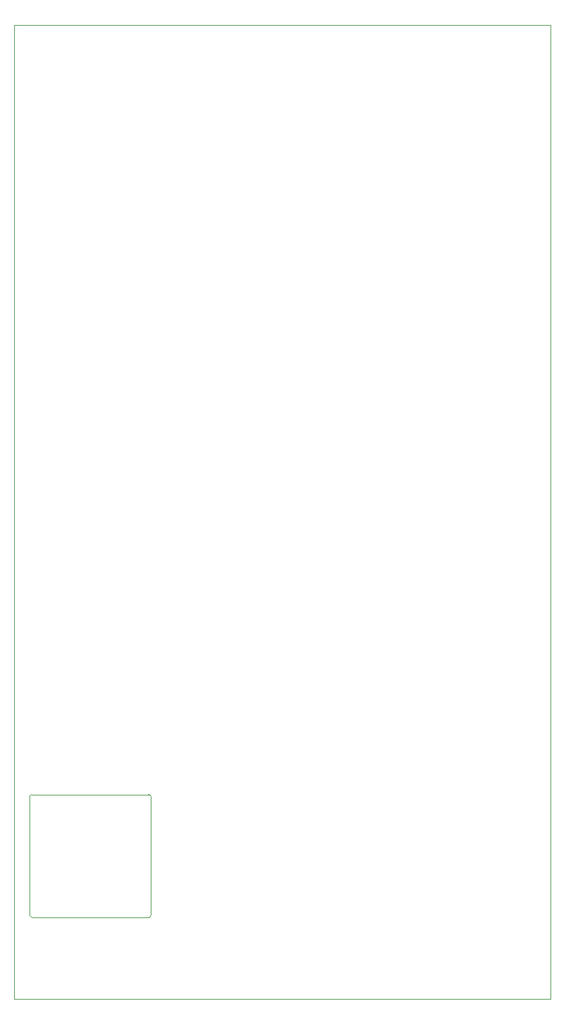
<source format=gbr>
%TF.GenerationSoftware,KiCad,Pcbnew,7.0.9*%
%TF.CreationDate,2024-02-02T16:32:34+00:00*%
%TF.ProjectId,QuadMod_Panel,51756164-4d6f-4645-9f50-616e656c2e6b,rev?*%
%TF.SameCoordinates,Original*%
%TF.FileFunction,Profile,NP*%
%FSLAX46Y46*%
G04 Gerber Fmt 4.6, Leading zero omitted, Abs format (unit mm)*
G04 Created by KiCad (PCBNEW 7.0.9) date 2024-02-02 16:32:34*
%MOMM*%
%LPD*%
G01*
G04 APERTURE LIST*
%TA.AperFunction,Profile*%
%ADD10C,0.100000*%
%TD*%
%TA.AperFunction,Profile*%
%ADD11C,0.120000*%
%TD*%
G04 APERTURE END LIST*
D10*
X99900000Y-40900000D02*
X170700000Y-40900000D01*
X170700000Y-169400000D01*
X99900000Y-169400000D01*
X99900000Y-40900000D01*
D11*
%TO.C,REF\u002A\u002A*%
X102000000Y-142700000D02*
X102000000Y-158300000D01*
X117700000Y-142400000D02*
X102300000Y-142400000D01*
X117700000Y-158600000D02*
X102300000Y-158600000D01*
X118000000Y-142700000D02*
X118000000Y-158300000D01*
X102300000Y-142400000D02*
G75*
G03*
X102000000Y-142700000I0J-300000D01*
G01*
X102000000Y-158300000D02*
G75*
G03*
X102300000Y-158600000I300000J0D01*
G01*
X118000000Y-142700000D02*
G75*
G03*
X117700000Y-142400000I-300000J0D01*
G01*
X117700000Y-158600000D02*
G75*
G03*
X118000000Y-158300000I0J300000D01*
G01*
%TD*%
M02*

</source>
